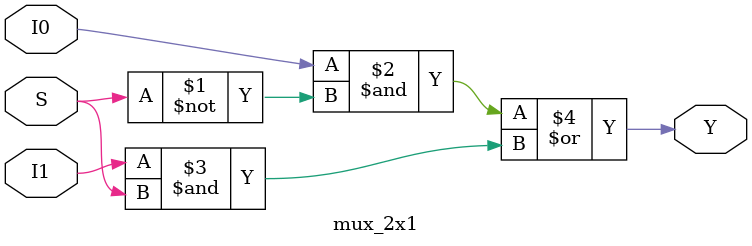
<source format=v>
`timescale 1ns / 1ps


module mux_2x1(
    input I0,
    input I1,
    input S,
    output Y  
    );
    
    assign Y = (I0 & ~S) | (I1 & S);
    
endmodule

</source>
